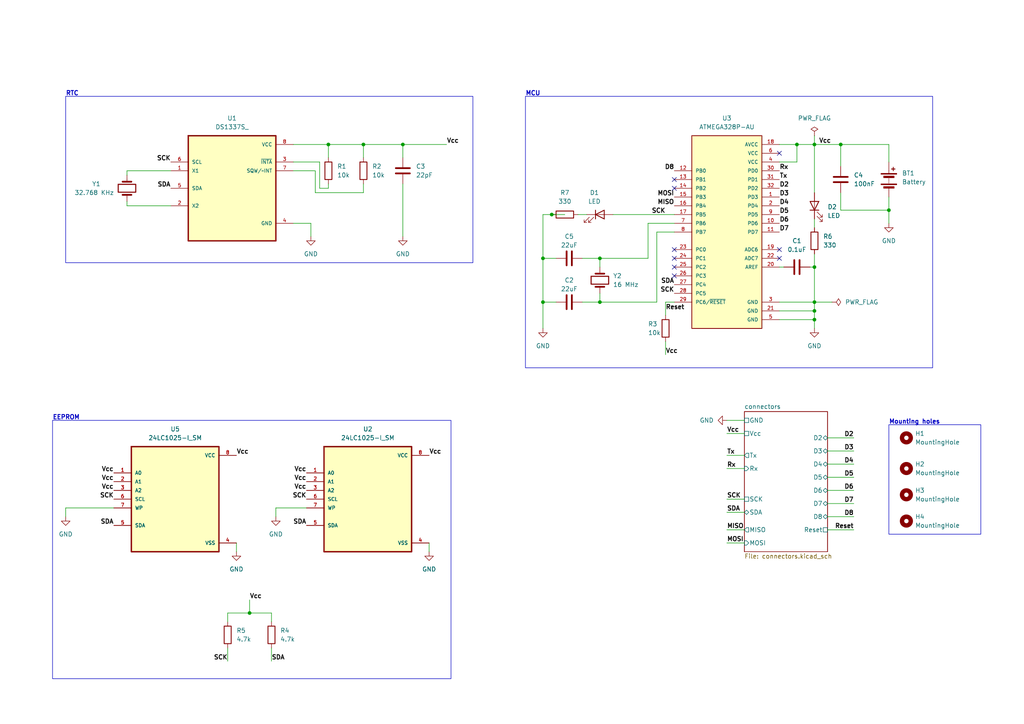
<source format=kicad_sch>
(kicad_sch (version 20230121) (generator eeschema)
  (paper "A4")
  (title_block (title "Arduino Datalogger") (date "2024-02-26") (rev "${design_version}") (company "Salman Kabir"))
  (lib_symbols
    (symbol "24LC1025-I_SM:24LC1025-I_SM" (pin_names (offset 1.016))
      (property "Reference" "U" (at -12.7 16.24 0))
      (property "Value" "24LC1025-I_SM" (at -12.7 -19.24 0))
      (symbol "24LC1025-I_SM_0_0"
        (rectangle (start -12.7 -15.24) (end 12.7 15.24) (stroke (width 0.41)) (fill (type background)))
        (pin input line (at -17.78 7.62 0) (length 5.08) (name "A0") (number "1"))
        (pin input line (at -17.78 5.08 0) (length 5.08) (name "A1") (number "2"))
        (pin input line (at -17.78 2.54 0) (length 5.08) (name "A2") (number "3"))
        (pin power_in line (at 17.78 -12.7 180) (length 5.08) (name "VSS") (number "4"))
        (pin bidirectional line (at -17.78 -7.62 0) (length 5.08) (name "SDA") (number "5"))
        (pin input line (at -17.78 0 0) (length 5.08) (name "SCL") (number "6"))
        (pin input line (at -17.78 -2.54 0) (length 5.08) (name "WP") (number "7"))
        (pin power_in line (at 17.78 12.7 180) (length 5.08) (name "VCC") (number "8"))
      )
    )
    (symbol "ATMEGA328P-AU:ATMEGA328P-AU" (pin_names (offset 1.016))
      (property "Reference" "U3" (at 0 33.02 0))
      (property "Value" "ATMEGA328P-AU" (at 0 30.48 0))
      (symbol "ATMEGA328P-AU_0_0"
        (rectangle (start -10.16 -27.94) (end 10.16 27.94) (stroke (width 0.254)) (fill (type background)))
        (pin bidirectional line (at 15.24 10.16 180) (length 5.08) (name "PD3") (number "1"))
        (pin bidirectional line (at 15.24 2.54 180) (length 5.08) (name "PD6") (number "10"))
        (pin bidirectional line (at 15.24 0 180) (length 5.08) (name "PD7") (number "11"))
        (pin bidirectional line (at -15.24 17.78 0) (length 5.08) (name "PB0") (number "12"))
        (pin bidirectional line (at -15.24 15.24 0) (length 5.08) (name "PB1") (number "13"))
        (pin bidirectional line (at -15.24 12.7 0) (length 5.08) (name "PB2") (number "14"))
        (pin bidirectional line (at -15.24 10.16 0) (length 5.08) (name "PB3") (number "15"))
        (pin bidirectional line (at -15.24 7.62 0) (length 5.08) (name "PB4") (number "16"))
        (pin bidirectional line (at -15.24 5.08 0) (length 5.08) (name "PB5") (number "17"))
        (pin power_in line (at 15.24 25.4 180) (length 5.08) (name "AVCC") (number "18"))
        (pin bidirectional line (at 15.24 -5.08 180) (length 5.08) (name "ADC6") (number "19"))
        (pin bidirectional line (at 15.24 7.62 180) (length 5.08) (name "PD4") (number "2"))
        (pin input line (at 15.24 -10.16 180) (length 5.08) (name "AREF") (number "20"))
        (pin power_in line (at 15.24 -22.86 180) (length 5.08) (name "GND") (number "21"))
        (pin bidirectional line (at 15.24 -7.62 180) (length 5.08) (name "ADC7") (number "22"))
        (pin bidirectional line (at -15.24 -5.08 0) (length 5.08) (name "PC0") (number "23"))
        (pin bidirectional line (at -15.24 -7.62 0) (length 5.08) (name "PC1") (number "24"))
        (pin bidirectional line (at -15.24 -10.16 0) (length 5.08) (name "PC2") (number "25"))
        (pin bidirectional line (at -15.24 -12.7 0) (length 5.08) (name "PC3") (number "26"))
        (pin bidirectional line (at -15.24 -15.24 0) (length 5.08) (name "PC4") (number "27"))
        (pin bidirectional line (at -15.24 -17.78 0) (length 5.08) (name "PC5") (number "28"))
        (pin bidirectional line (at -15.24 -20.32 0) (length 5.08) (name "PC6/~{RESET}") (number "29"))
        (pin power_in line (at 15.24 -20.32 180) (length 5.08) (name "GND") (number "3"))
        (pin bidirectional line (at 15.24 17.78 180) (length 5.08) (name "PD0") (number "30"))
        (pin bidirectional line (at 15.24 15.24 180) (length 5.08) (name "PD1") (number "31"))
        (pin bidirectional line (at 15.24 12.7 180) (length 5.08) (name "PD2") (number "32"))
        (pin power_in line (at 15.24 20.32 180) (length 5.08) (name "VCC") (number "4"))
        (pin power_in line (at 15.24 -25.4 180) (length 5.08) (name "GND") (number "5"))
        (pin power_in line (at 15.24 22.86 180) (length 5.08) (name "VCC") (number "6"))
        (pin bidirectional line (at -15.24 2.54 0) (length 5.08) (name "PB6") (number "7"))
        (pin bidirectional line (at -15.24 0 0) (length 5.08) (name "PB7") (number "8"))
        (pin bidirectional line (at 15.24 5.08 180) (length 5.08) (name "PD5") (number "9"))
      )
    )
    (symbol "DS1337S_:DS1337S_" (pin_names (offset 1.016))
      (property "Reference" "U" (at -12.7 16.24 0))
      (property "Value" "DS1337S_" (at -12.7 -19.24 0))
      (symbol "DS1337S__0_0"
        (rectangle (start -12.7 -15.24) (end 12.7 15.24) (stroke (width 0.41)) (fill (type background)))
        (pin input line (at -17.78 5.08 0) (length 5.08) (name "X1") (number "1"))
        (pin bidirectional line (at -17.78 -5.08 0) (length 5.08) (name "X2") (number "2"))
        (pin output line (at 17.78 7.62 180) (length 5.08) (name "~{INTA}") (number "3"))
        (pin power_in line (at 17.78 -10.16 180) (length 5.08) (name "GND") (number "4"))
        (pin bidirectional line (at -17.78 0 0) (length 5.08) (name "SDA") (number "5"))
        (pin input line (at -17.78 7.62 0) (length 5.08) (name "SCL") (number "6"))
        (pin output line (at 17.78 5.08 180) (length 5.08) (name "SQW/~INT") (number "7"))
        (pin power_in line (at 17.78 12.7 180) (length 5.08) (name "VCC") (number "8"))
      )
    )
    (symbol "Device:Battery" (pin_numbers hide) (pin_names (offset 0) hide)
      (property "Reference" "BT" (at 2.54 2.54 0))
      (property "Value" "Battery" (at 2.54 0 0))
      (symbol "Battery_0_1"
        (rectangle (start -2.286 -1.27) (end 2.286 -1.524) (fill (type outline)))
        (rectangle (start -2.286 1.778) (end 2.286 1.524) (fill (type outline)))
        (rectangle (start -1.524 -2.032) (end 1.524 -2.54) (fill (type outline)))
        (rectangle (start -1.524 1.016) (end 1.524 0.508) (fill (type outline)))
        (polyline (pts (xy 0 -1.016) (xy 0 -0.762)))
        (polyline (pts (xy 0 -0.508) (xy 0 -0.254)))
        (polyline (pts (xy 0 0) (xy 0 0.254)))
        (polyline (pts (xy 0 1.778) (xy 0 2.54)))
        (polyline (pts (xy 0.762 3.048) (xy 1.778 3.048)) (stroke (width 0.254)))
        (polyline (pts (xy 1.27 3.556) (xy 1.27 2.54)) (stroke (width 0.254)))
      )
      (symbol "Battery_1_1"
        (pin passive line (at 0 5.08 270) (length 2.54) (name "+") (number "1"))
        (pin passive line (at 0 -5.08 90) (length 2.54) (name "-") (number "2"))
      )
    )
    (symbol "Device:C" (pin_numbers hide) (pin_names (offset 0.254))
      (property "Reference" "C" (at 0.635 2.54 0))
      (property "Value" "C" (at 0.635 -2.54 0))
      (symbol "C_0_1"
        (polyline (pts (xy -2.032 -0.762) (xy 2.032 -0.762)) (stroke (width 0.508)))
        (polyline (pts (xy -2.032 0.762) (xy 2.032 0.762)) (stroke (width 0.508)))
      )
      (symbol "C_1_1"
        (pin passive line (at 0 3.81 270) (length 2.794) (name "~") (number "1"))
        (pin passive line (at 0 -3.81 90) (length 2.794) (name "~") (number "2"))
      )
    )
    (symbol "Device:Crystal" (pin_numbers hide) (pin_names (offset 1.016) hide)
      (property "Reference" "Y" (at 0 3.81 0))
      (property "Value" "Crystal" (at 0 -3.81 0))
      (symbol "Crystal_0_1"
        (rectangle (start -1.143 2.54) (end 1.143 -2.54) (stroke (width 0.3048)))
        (polyline (pts (xy -2.54 0) (xy -1.905 0)))
        (polyline (pts (xy -1.905 -1.27) (xy -1.905 1.27)) (stroke (width 0.508)))
        (polyline (pts (xy 1.905 -1.27) (xy 1.905 1.27)) (stroke (width 0.508)))
        (polyline (pts (xy 2.54 0) (xy 1.905 0)))
      )
      (symbol "Crystal_1_1"
        (pin passive line (at -3.81 0 0) (length 1.27) (name "1") (number "1"))
        (pin passive line (at 3.81 0 180) (length 1.27) (name "2") (number "2"))
      )
    )
    (symbol "Device:LED" (pin_numbers hide) (pin_names (offset 1.016) hide)
      (property "Reference" "D" (at 0 2.54 0))
      (property "Value" "LED" (at 0 -2.54 0))
      (symbol "LED_0_1"
        (polyline (pts (xy -1.27 -1.27) (xy -1.27 1.27)) (stroke (width 0.254)))
        (polyline (pts (xy -1.27 0) (xy 1.27 0)))
        (polyline (pts (xy 1.27 -1.27) (xy 1.27 1.27) (xy -1.27 0) (xy 1.27 -1.27)) (stroke (width 0.254)))
        (polyline (pts (xy -3.048 -0.762) (xy -4.572 -2.286) (xy -3.81 -2.286) (xy -4.572 -2.286) (xy -4.572 -1.524)))
        (polyline (pts (xy -1.778 -0.762) (xy -3.302 -2.286) (xy -2.54 -2.286) (xy -3.302 -2.286) (xy -3.302 -1.524)))
      )
      (symbol "LED_1_1"
        (pin passive line (at -3.81 0 0) (length 2.54) (name "K") (number "1"))
        (pin passive line (at 3.81 0 180) (length 2.54) (name "A") (number "2"))
      )
    )
    (symbol "Device:R" (pin_numbers hide) (pin_names (offset 0))
      (property "Reference" "R" (at 2.032 0 90))
      (property "Value" "R" (at 0 0 90))
      (symbol "R_0_1"
        (rectangle (start -1.016 -2.54) (end 1.016 2.54) (stroke (width 0.254)))
      )
      (symbol "R_1_1"
        (pin passive line (at 0 3.81 270) (length 1.27) (name "~") (number "1"))
        (pin passive line (at 0 -3.81 90) (length 1.27) (name "~") (number "2"))
      )
    )
    (symbol "Mechanical:MountingHole" (pin_names (offset 1.016))
      (property "Reference" "H" (at 0 5.08 0))
      (property "Value" "MountingHole" (at 0 3.175 0))
      (symbol "MountingHole_0_1"
        (circle (center 0 0) (radius 1.27) (stroke (width 1.27)))
      )
    )
    (symbol "power:GND" (power) (pin_names (offset 0))
      (property "Value" "GND" (at 0 -3.81 0))
      (symbol "GND_0_1"
        (polyline (pts (xy 0 0) (xy 0 -1.27) (xy 1.27 -1.27) (xy 0 -2.54) (xy -1.27 -1.27) (xy 0 -1.27)))
      )
      (symbol "GND_1_1"
        (pin power_in line (at 0 0 270) (length 0) hide (name "GND") (number "1"))
      )
    )
    (symbol "power:PWR_FLAG" (power) (pin_numbers hide) (pin_names (offset 0) hide)
      (property "Value" "PWR_FLAG" (at 0 3.81 0))
      (symbol "PWR_FLAG_0_0"
        (pin power_out line (at 0 0 90) (length 0) (name "pwr") (number "1"))
      )
      (symbol "PWR_FLAG_0_1"
        (polyline (pts (xy 0 0) (xy 0 1.27) (xy -1.016 1.905) (xy 0 2.54) (xy 1.016 1.905) (xy 0 1.27)))
      )
    )
  )
  (junction (at 105.41 41.91))
  (junction (at 257.81 60.96))
  (junction (at 157.48 74.93))
  (junction (at 95.25 41.91))
  (junction (at 236.22 92.71))
  (junction (at 236.22 77.47))
  (junction (at 173.99 74.93))
  (junction (at 236.22 41.91))
  (junction (at 243.84 41.91))
  (junction (at 116.84 41.91))
  (junction (at 231.14 41.91))
  (junction (at 72.39 177.8))
  (junction (at 160.02 62.23))
  (junction (at 157.48 87.63))
  (junction (at 236.22 90.17))
  (junction (at 173.99 87.63))
  (junction (at 236.22 87.63))
  (no_connect (at 195.58 74.93))
  (no_connect (at 195.58 80.01))
  (no_connect (at 226.06 72.39))
  (no_connect (at 226.06 74.93))
  (no_connect (at 195.58 54.61))
  (no_connect (at 195.58 72.39))
  (no_connect (at 195.58 52.07))
  (no_connect (at 195.58 77.47))
  (no_connect (at 226.06 44.45))
  (wire (pts (xy 157.48 74.93) (xy 157.48 87.63)))
  (wire (pts (xy 210.82 121.92) (xy 215.9 121.92)))
  (wire (pts (xy 240.03 130.81) (xy 247.65 130.81)))
  (wire (pts (xy 240.03 134.62) (xy 247.65 134.62)))
  (wire (pts (xy 210.82 135.89) (xy 215.9 135.89)))
  (wire (pts (xy 85.09 64.77) (xy 90.17 64.77)))
  (wire (pts (xy 19.05 147.32) (xy 19.05 149.86)))
  (wire (pts (xy 91.44 49.53) (xy 91.44 55.88)))
  (wire (pts (xy 157.48 62.23) (xy 157.48 74.93)))
  (wire (pts (xy 240.03 127) (xy 247.65 127)))
  (wire (pts (xy 226.06 92.71) (xy 236.22 92.71)))
  (wire (pts (xy 85.09 46.99) (xy 92.71 46.99)))
  (wire (pts (xy 236.22 41.91) (xy 231.14 41.91)))
  (wire (pts (xy 157.48 87.63) (xy 161.29 87.63)))
  (wire (pts (xy 160.02 62.23) (xy 157.48 62.23)))
  (wire (pts (xy 195.58 64.77) (xy 187.96 64.77)))
  (wire (pts (xy 236.22 63.5) (xy 236.22 66.04)))
  (wire (pts (xy 257.81 60.96) (xy 257.81 64.77)))
  (wire (pts (xy 157.48 87.63) (xy 157.48 95.25)))
  (wire (pts (xy 257.81 46.99) (xy 257.81 41.91)))
  (wire (pts (xy 124.46 157.48) (xy 124.46 160.02)))
  (wire (pts (xy 95.25 41.91) (xy 105.41 41.91)))
  (wire (pts (xy 78.74 177.8) (xy 78.74 180.34)))
  (wire (pts (xy 195.58 87.63) (xy 193.04 87.63)))
  (wire (pts (xy 161.29 74.93) (xy 157.48 74.93)))
  (wire (pts (xy 19.05 147.32) (xy 33.02 147.32)))
  (wire (pts (xy 231.14 41.91) (xy 226.06 41.91)))
  (wire (pts (xy 95.25 41.91) (xy 95.25 45.72)))
  (wire (pts (xy 190.5 87.63) (xy 173.99 87.63)))
  (wire (pts (xy 85.09 49.53) (xy 91.44 49.53)))
  (wire (pts (xy 243.84 41.91) (xy 243.84 48.26)))
  (wire (pts (xy 193.04 87.63) (xy 193.04 91.44)))
  (wire (pts (xy 190.5 67.31) (xy 190.5 87.63)))
  (wire (pts (xy 240.03 142.24) (xy 247.65 142.24)))
  (wire (pts (xy 92.71 46.99) (xy 92.71 54.61)))
  (wire (pts (xy 78.74 187.96) (xy 78.74 191.77)))
  (wire (pts (xy 36.83 59.69) (xy 49.53 59.69)))
  (wire (pts (xy 173.99 85.09) (xy 173.99 87.63)))
  (wire (pts (xy 240.03 138.43) (xy 247.65 138.43)))
  (wire (pts (xy 226.06 77.47) (xy 227.33 77.47)))
  (wire (pts (xy 226.06 90.17) (xy 236.22 90.17)))
  (wire (pts (xy 210.82 125.73) (xy 215.9 125.73)))
  (wire (pts (xy 226.06 46.99) (xy 231.14 46.99)))
  (wire (pts (xy 210.82 132.08) (xy 215.9 132.08)))
  (wire (pts (xy 105.41 41.91) (xy 116.84 41.91)))
  (wire (pts (xy 231.14 41.91) (xy 231.14 46.99)))
  (wire (pts (xy 72.39 173.99) (xy 72.39 177.8)))
  (wire (pts (xy 116.84 53.34) (xy 116.84 68.58)))
  (wire (pts (xy 226.06 87.63) (xy 236.22 87.63)))
  (wire (pts (xy 243.84 41.91) (xy 236.22 41.91)))
  (wire (pts (xy 187.96 74.93) (xy 173.99 74.93)))
  (wire (pts (xy 173.99 74.93) (xy 173.99 77.47)))
  (wire (pts (xy 91.44 55.88) (xy 105.41 55.88)))
  (wire (pts (xy 243.84 55.88) (xy 243.84 60.96)))
  (wire (pts (xy 168.91 74.93) (xy 173.99 74.93)))
  (wire (pts (xy 187.96 64.77) (xy 187.96 74.93)))
  (wire (pts (xy 236.22 92.71) (xy 236.22 95.25)))
  (wire (pts (xy 236.22 87.63) (xy 236.22 90.17)))
  (wire (pts (xy 236.22 87.63) (xy 241.3 87.63)))
  (wire (pts (xy 236.22 90.17) (xy 236.22 92.71)))
  (wire (pts (xy 167.64 62.23) (xy 170.18 62.23)))
  (wire (pts (xy 72.39 177.8) (xy 78.74 177.8)))
  (wire (pts (xy 163.83 62.23) (xy 160.02 62.23)))
  (wire (pts (xy 177.8 62.23) (xy 195.58 62.23)))
  (wire (pts (xy 240.03 149.86) (xy 247.65 149.86)))
  (wire (pts (xy 173.99 87.63) (xy 168.91 87.63)))
  (wire (pts (xy 66.04 187.96) (xy 66.04 191.77)))
  (wire (pts (xy 66.04 177.8) (xy 72.39 177.8)))
  (wire (pts (xy 95.25 54.61) (xy 95.25 53.34)))
  (wire (pts (xy 195.58 67.31) (xy 190.5 67.31)))
  (wire (pts (xy 234.95 77.47) (xy 236.22 77.47)))
  (wire (pts (xy 240.03 153.67) (xy 247.65 153.67)))
  (wire (pts (xy 236.22 73.66) (xy 236.22 77.47)))
  (wire (pts (xy 66.04 180.34) (xy 66.04 177.8)))
  (wire (pts (xy 80.01 147.32) (xy 80.01 149.86)))
  (wire (pts (xy 80.01 147.32) (xy 88.9 147.32)))
  (wire (pts (xy 68.58 157.48) (xy 68.58 160.02)))
  (wire (pts (xy 210.82 144.78) (xy 215.9 144.78)))
  (wire (pts (xy 105.41 55.88) (xy 105.41 53.34)))
  (wire (pts (xy 210.82 157.48) (xy 215.9 157.48)))
  (wire (pts (xy 257.81 41.91) (xy 243.84 41.91)))
  (wire (pts (xy 210.82 153.67) (xy 215.9 153.67)))
  (wire (pts (xy 116.84 41.91) (xy 116.84 45.72)))
  (wire (pts (xy 193.04 99.06) (xy 193.04 102.87)))
  (wire (pts (xy 92.71 54.61) (xy 95.25 54.61)))
  (wire (pts (xy 236.22 39.37) (xy 236.22 41.91)))
  (wire (pts (xy 236.22 41.91) (xy 236.22 55.88)))
  (wire (pts (xy 36.83 49.53) (xy 36.83 50.8)))
  (wire (pts (xy 85.09 41.91) (xy 95.25 41.91)))
  (wire (pts (xy 105.41 41.91) (xy 105.41 45.72)))
  (wire (pts (xy 90.17 68.58) (xy 90.17 64.77)))
  (wire (pts (xy 257.81 60.96) (xy 257.81 57.15)))
  (wire (pts (xy 236.22 77.47) (xy 236.22 87.63)))
  (wire (pts (xy 49.53 49.53) (xy 36.83 49.53)))
  (wire (pts (xy 116.84 41.91) (xy 129.54 41.91)))
  (wire (pts (xy 210.82 148.59) (xy 215.9 148.59)))
  (wire (pts (xy 240.03 146.05) (xy 247.65 146.05)))
  (wire (pts (xy 36.83 58.42) (xy 36.83 59.69)))
  (wire (pts (xy 243.84 60.96) (xy 257.81 60.96)))
  (rectangle (start 15.24 121.92) (end 130.81 196.85))
  (rectangle (start 152.4 27.94) (end 270.51 106.68))
  (rectangle (start 19.05 27.94) (end 137.16 76.2))
  (text_box "" (at 257.81 123.19 0) (size 26.67 31.75) (effects (font (size 1.27 1.27) bold) (justify left top)))
  (text "MCU" (at 152.4 27.94 0) (effects (font (size 1.27 1.27) bold) (justify left bottom)))
  (text "EEPROM" (at 15.24 121.92 0) (effects (font (size 1.27 1.27) bold) (justify left bottom)))
  (text "RTC" (at 19.05 27.94 0) (effects (font (size 1.27 1.27) bold) (justify left bottom)))
  (text "Mounting holes" (at 257.81 123.19 0) (effects (font (size 1.27 1.27) bold) (justify left bottom)))
  (label "SCK" (at 193.04 62.23 180) (effects (font bold)))
  (label "D7" (at 247.65 146.05 180) (effects (font bold)))
  (label "D6" (at 247.65 142.24 180) (effects (font bold)))
  (label "D5" (at 226.06 62.23 0) (effects (font bold)))
  (label "D2" (at 247.65 127 180) (effects (font bold)))
  (label "Reset" (at 193.04 90.17 0) (effects (font (thickness 0.254) bold)))
  (label "Vcc" (at 193.04 102.87 0) (effects (font (thickness 0.254) bold)))
  (label "SDA" (at 88.9 152.4 180) (effects (font bold)))
  (label "SCK" (at 195.58 85.09 180) (effects (font bold)))
  (label "SDA" (at 78.74 191.77 0) (effects (font bold)))
  (label "Vcc" (at 124.46 132.08 0) (effects (font bold)))
  (label "Vcc" (at 68.58 132.08 0) (effects (font bold)))
  (label "Vcc" (at 237.49 41.91 0) (effects (font (thickness 0.254) bold)))
  (label "D3" (at 226.06 57.15 0) (effects (font bold)))
  (label "Vcc" (at 33.02 137.16 180) (effects (font bold)))
  (label "Tx" (at 226.06 52.07 0) (effects (font bold)))
  (label "D4" (at 226.06 59.69 0) (effects (font bold)))
  (label "Reset" (at 247.65 153.67 180) (effects (font (thickness 0.254) bold)))
  (label "MISO" (at 195.58 59.69 180) (effects (font bold)))
  (label "SDA" (at 33.02 152.4 180) (effects (font bold)))
  (label "SCK" (at 49.53 46.99 180) (effects (font bold)))
  (label "D6" (at 226.06 64.77 0) (effects (font bold)))
  (label "D4" (at 247.65 134.62 180) (effects (font bold)))
  (label "D2" (at 226.06 54.61 0) (effects (font bold)))
  (label "D3" (at 247.65 130.81 180) (effects (font bold)))
  (label "MOSI" (at 210.82 157.48 0) (effects (font bold)))
  (label "Tx" (at 210.82 132.08 0) (effects (font bold)))
  (label "Vcc" (at 33.02 139.7 180) (effects (font bold)))
  (label "D8" (at 247.65 149.86 180) (effects (font bold)))
  (label "D7" (at 226.06 67.31 0) (effects (font bold)))
  (label "Rx" (at 226.06 49.53 0) (effects (font bold)))
  (label "Vcc" (at 72.39 173.99 0) (effects (font bold)))
  (label "SDA" (at 210.82 148.59 0) (effects (font bold)))
  (label "D5" (at 247.65 138.43 180) (effects (font bold)))
  (label "Rx" (at 210.82 135.89 0) (effects (font bold)))
  (label "MISO" (at 210.82 153.67 0) (effects (font bold)))
  (label "SCK" (at 66.04 191.77 180) (effects (font bold)))
  (label "Vcc" (at 33.02 142.24 180) (effects (font bold)))
  (label "Vcc" (at 88.9 142.24 180) (effects (font bold)))
  (label "Vcc" (at 129.54 41.91 0) (effects (font (thickness 0.254) bold)))
  (label "Vcc" (at 88.9 139.7 180) (effects (font bold)))
  (label "SCK" (at 210.82 144.78 0) (effects (font bold)))
  (label "D8" (at 195.58 49.53 180) (effects (font bold)))
  (label "SDA" (at 195.58 82.55 180) (effects (font bold)))
  (label "SDA" (at 49.53 54.61 180) (effects (font bold)))
  (label "SCK" (at 88.9 144.78 180) (effects (font bold)))
  (label "SCK" (at 33.02 144.78 180) (effects (font bold)))
  (label "Vcc" (at 88.9 137.16 180) (effects (font bold)))
  (label "Vcc" (at 210.82 125.73 0) (effects (font (thickness 0.254) bold)))
  (label "MOSI" (at 195.58 57.15 180) (effects (font bold)))
  (symbol (lib_id "power:PWR_FLAG") (at 241.3 87.63 270) (unit 1)
    (property "Reference" "#FLG02" (effects hide))
    (property "Value" "PWR_FLAG" (at 245.11 87.63 90) (effects (justify left)))
  )
  (symbol (lib_id "Device:C") (at 165.1 87.63 90) (unit 1)
    (property "Reference" "C2" (at 165.1 81.28 90))
    (property "Value" "22uF" (at 165.1 83.82 90))
    (property "Footprint" "Capacitor_SMD:C_0805_2012Metric" (effects hide))
  )
  (symbol (lib_id "Mechanical:MountingHole") (at 262.89 127 0) (unit 1)
    (property "Reference" "H1" (at 265.43 125.73 0) (effects (justify left)))
    (property "Value" "MountingHole" (at 265.43 128.27 0) (effects (justify left)))
    (property "Footprint" "MountingHole:MountingHole_2.1mm" (effects hide))
  )
  (symbol (lib_id "power:GND") (at 19.05 149.86 0) (unit 1)
    (property "Reference" "#PWR04" (effects hide))
    (property "Value" "GND" (at 19.05 154.94 0))
  )
  (symbol (lib_id "power:GND") (at 257.81 64.77 0) (unit 1)
    (property "Reference" "#PWR07" (effects hide))
    (property "Value" "GND" (at 257.81 69.85 0))
  )
  (symbol (lib_id "Device:Battery") (at 257.81 52.07 0) (unit 1)
    (property "Reference" "BT1" (at 261.62 50.2285 0) (effects (justify left)))
    (property "Value" "Battery" (at 261.62 52.7685 0) (effects (justify left)))
    (property "Footprint" "Connector_PinHeader_2.54mm:PinHeader_1x02_P2.54mm_Vertical" (effects hide))
  )
  (symbol (lib_id "ATMEGA328P-AU:ATMEGA328P-AU") (at 210.82 67.31 0) (unit 1)
    (property "Reference" "U3" (at 210.82 34.29 0))
    (property "Value" "ATMEGA328P-AU" (at 210.82 36.83 0))
    (property "Footprint" "ATMEGA328P-AU:QFP80P900X900X120-32N" (effects hide))
    (property "MF" "Microchip" (effects hide))
    (property "MAXIMUM_PACKAGE_HEIGHT" "1.20mm" (effects hide))
    (property "Package" "TQFP-32 Microchip" (effects hide))
    (property "Price" "None" (effects hide))
    (property "Check_prices" "https://www.snapeda.com/parts/ATMEGA328P-AU/Microchip/view-part/?ref=eda" (effects hide))
    (property "STANDARD" "IPC-7351B" (effects hide))
    (property "PARTREV" "8271A" (effects hide))
    (property "SnapEDA_Link" "https://www.snapeda.com/parts/ATMEGA328P-AU/Microchip/view-part/?ref=snap" (effects hide))
    (property "MP" "ATMEGA328P-AU" (effects hide))
    (property "Description" "\nAVR AVR® ATmega Microcontroller IC 8-Bit 20MHz 32KB (16K x 16) FLASH 32-TQFP (7x7)\n" (effects hide))
    (property "Availability" "In Stock" (effects hide))
    (property "MANUFACTURER" "Microchip" (effects hide))
  )
  (symbol (lib_id "Device:LED") (at 173.99 62.23 0) (unit 1)
    (property "Reference" "D1" (at 172.4025 55.88 0))
    (property "Value" "LED" (at 172.4025 58.42 0))
    (property "Footprint" "LED_SMD:LED_0805_2012Metric" (effects hide))
  )
  (symbol (lib_id "power:GND") (at 236.22 95.25 0) (unit 1)
    (property "Reference" "#PWR08" (effects hide))
    (property "Value" "GND" (at 236.22 100.33 0))
  )
  (symbol (lib_id "Device:C") (at 243.84 52.07 0) (unit 1)
    (property "Reference" "C4" (at 247.65 50.8 0) (effects (justify left)))
    (property "Value" "100nF" (at 247.65 53.34 0) (effects (justify left)))
    (property "Footprint" "Capacitor_SMD:C_0805_2012Metric" (effects hide))
  )
  (symbol (lib_id "power:GND") (at 116.84 68.58 0) (unit 1)
    (property "Reference" "#PWR01" (effects hide))
    (property "Value" "GND" (at 116.84 73.66 0))
  )
  (symbol (lib_id "Device:Crystal") (at 36.83 54.61 270) (unit 1)
    (property "Reference" "Y1" (at 26.67 53.34 90) (effects (justify left)))
    (property "Value" "32.768 KHz" (at 21.59 55.88 90) (effects (justify left)))
    (property "Footprint" "Crystal:Crystal_SMD_5032-2Pin_5.0x3.2mm_HandSoldering" (effects hide))
  )
  (symbol (lib_id "power:GND") (at 124.46 160.02 0) (unit 1)
    (property "Reference" "#PWR06" (effects hide))
    (property "Value" "GND" (at 124.46 165.1 0))
  )
  (symbol (lib_id "Device:C") (at 116.84 49.53 0) (unit 1)
    (property "Reference" "C3" (at 120.65 48.26 0) (effects (justify left)))
    (property "Value" "22pF" (at 120.65 50.8 0) (effects (justify left)))
    (property "Footprint" "Capacitor_SMD:C_0805_2012Metric" (effects hide))
  )
  (symbol (lib_id "power:GND") (at 68.58 160.02 0) (unit 1)
    (property "Reference" "#PWR03" (effects hide))
    (property "Value" "GND" (at 68.58 165.1 0))
  )
  (symbol (lib_id "Device:C") (at 165.1 74.93 90) (unit 1)
    (property "Reference" "C5" (at 165.1 68.58 90))
    (property "Value" "22uF" (at 165.1 71.12 90))
    (property "Footprint" "Capacitor_SMD:C_0805_2012Metric" (effects hide))
  )
  (symbol (lib_id "Device:R") (at 105.41 49.53 0) (unit 1)
    (property "Reference" "R2" (at 107.95 48.26 0) (effects (justify left)))
    (property "Value" "10k" (at 107.95 50.8 0) (effects (justify left)))
    (property "Footprint" "Resistor_SMD:R_0805_2012Metric" (effects hide))
  )
  (symbol (lib_id "DS1337S_:DS1337S_") (at 67.31 54.61 0) (unit 1)
    (property "Reference" "U1" (at 67.31 34.29 0))
    (property "Value" "DS1337S_" (at 67.31 36.83 0))
    (property "Footprint" "DS1337S_:SOIC127P600X175-8N" (effects hide))
    (property "MF" "Analog Devices" (effects hide))
    (property "Description" "\nReal Time Clock (RTC) IC Clock/Calendar - I²C, 2-Wire Serial 8-SOIC (0.154, 3.90mm Width)\n" (effects hide))
    (property "Package" "SOIC-8 Maxim" (effects hide))
    (property "Price" "None" (effects hide))
    (property "SnapEDA_Link" "https://www.snapeda.com/parts/DS1337S/Analog+Devices/view-part/?ref=snap" (effects hide))
    (property "MP" "DS1337S" (effects hide))
    (property "Availability" "In Stock" (effects hide))
    (property "Check_prices" "https://www.snapeda.com/parts/DS1337S/Analog+Devices/view-part/?ref=eda" (effects hide))
  )
  (symbol (lib_id "power:GND") (at 90.17 68.58 0) (unit 1)
    (property "Reference" "#PWR02" (effects hide))
    (property "Value" "GND" (at 90.17 73.66 0))
  )
  (symbol (lib_id "Mechanical:MountingHole") (at 262.89 135.89 0) (unit 1)
    (property "Reference" "H2" (at 265.43 134.62 0) (effects (justify left)))
    (property "Value" "MountingHole" (at 265.43 137.16 0) (effects (justify left)))
    (property "Footprint" "MountingHole:MountingHole_2.1mm" (effects hide))
  )
  (symbol (lib_id "24LC1025-I_SM:24LC1025-I_SM") (at 106.68 144.78 0) (unit 1)
    (property "Reference" "U2" (at 106.68 124.46 0))
    (property "Value" "24LC1025-I_SM" (at 106.68 127 0))
    (property "Footprint" "24LC1025-I_SM:SOIC127P794X202-8N" (effects hide))
    (property "MF" "Microchip" (effects hide))
    (property "Description" "\n1024K, 128K X 8, 2.5V SER EE, 128 BYTE PAGE | Microchip Technology Inc. 24LC1025-I/SM\n" (effects hide))
    (property "Package" "SOIJ-8 Microchip" (effects hide))
    (property "Price" "None" (effects hide))
    (property "SnapEDA_Link" "https://www.snapeda.com/parts/24LC1025-I/SM/Microchip/view-part/?ref=snap" (effects hide))
    (property "MP" "24LC1025-I/SM" (effects hide))
    (property "Availability" "In Stock" (effects hide))
    (property "Check_prices" "https://www.snapeda.com/parts/24LC1025-I/SM/Microchip/view-part/?ref=eda" (effects hide))
  )
  (symbol (lib_id "Device:R") (at 163.83 62.23 90) (unit 1)
    (property "Reference" "R7" (at 163.83 55.88 90))
    (property "Value" "330" (at 163.83 58.42 90))
    (property "Footprint" "Resistor_SMD:R_0805_2012Metric" (effects hide))
  )
  (symbol (lib_id "Device:R") (at 66.04 184.15 0) (unit 1)
    (property "Reference" "R5" (at 68.58 182.88 0) (effects (justify left)))
    (property "Value" "4.7k" (at 68.58 185.42 0) (effects (justify left)))
    (property "Footprint" "Resistor_SMD:R_0805_2012Metric" (effects hide))
  )
  (symbol (lib_id "Device:R") (at 236.22 69.85 0) (unit 1)
    (property "Reference" "R6" (at 238.76 68.58 0) (effects (justify left)))
    (property "Value" "330" (at 238.76 71.12 0) (effects (justify left)))
    (property "Footprint" "Resistor_SMD:R_0805_2012Metric" (effects hide))
  )
  (symbol (lib_id "power:GND") (at 80.01 149.86 0) (unit 1)
    (property "Reference" "#PWR05" (effects hide))
    (property "Value" "GND" (at 80.01 154.94 0))
  )
  (symbol (lib_id "Device:Crystal") (at 173.99 81.28 90) (unit 1)
    (property "Reference" "Y2" (at 177.8 80.01 90) (effects (justify right)))
    (property "Value" "16 MHz" (at 177.8 82.55 90) (effects (justify right)))
    (property "Footprint" "Crystal:Crystal_SMD_5032-2Pin_5.0x3.2mm_HandSoldering" (effects hide))
  )
  (symbol (lib_id "Mechanical:MountingHole") (at 262.89 143.51 0) (unit 1)
    (property "Reference" "H3" (at 265.43 142.24 0) (effects (justify left)))
    (property "Value" "MountingHole" (at 265.43 144.78 0) (effects (justify left)))
    (property "Footprint" "MountingHole:MountingHole_2.1mm" (effects hide))
  )
  (symbol (lib_id "24LC1025-I_SM:24LC1025-I_SM") (at 50.8 144.78 0) (unit 1)
    (property "Reference" "U5" (at 50.8 124.46 0))
    (property "Value" "24LC1025-I_SM" (at 50.8 127 0))
    (property "Footprint" "24LC1025-I_SM:SOIC127P794X202-8N" (effects hide))
    (property "MF" "Microchip" (effects hide))
    (property "Description" "\n1024K, 128K X 8, 2.5V SER EE, 128 BYTE PAGE | Microchip Technology Inc. 24LC1025-I/SM\n" (effects hide))
    (property "Package" "SOIJ-8 Microchip" (effects hide))
    (property "Price" "None" (effects hide))
    (property "SnapEDA_Link" "https://www.snapeda.com/parts/24LC1025-I/SM/Microchip/view-part/?ref=snap" (effects hide))
    (property "MP" "24LC1025-I/SM" (effects hide))
    (property "Availability" "In Stock" (effects hide))
    (property "Check_prices" "https://www.snapeda.com/parts/24LC1025-I/SM/Microchip/view-part/?ref=eda" (effects hide))
  )
  (symbol (lib_id "Device:LED") (at 236.22 59.69 90) (unit 1)
    (property "Reference" "D2" (at 240.03 60.0075 90) (effects (justify right)))
    (property "Value" "LED" (at 240.03 62.5475 90) (effects (justify right)))
    (property "Footprint" "LED_SMD:LED_0805_2012Metric" (effects hide))
  )
  (symbol (lib_id "Device:R") (at 78.74 184.15 0) (unit 1)
    (property "Reference" "R4" (at 81.28 182.88 0) (effects (justify left)))
    (property "Value" "4.7k" (at 81.28 185.42 0) (effects (justify left)))
    (property "Footprint" "Resistor_SMD:R_0805_2012Metric" (effects hide))
  )
  (symbol (lib_id "Mechanical:MountingHole") (at 262.89 151.13 0) (unit 1)
    (property "Reference" "H4" (at 265.43 149.86 0) (effects (justify left)))
    (property "Value" "MountingHole" (at 265.43 152.4 0) (effects (justify left)))
    (property "Footprint" "MountingHole:MountingHole_2.1mm" (effects hide))
  )
  (symbol (lib_id "power:PWR_FLAG") (at 236.22 39.37 0) (unit 1)
    (property "Reference" "#FLG01" (effects hide))
    (property "Value" "PWR_FLAG" (at 236.22 34.29 0))
  )
  (symbol (lib_id "power:GND") (at 157.48 95.25 0) (unit 1)
    (property "Reference" "#PWR09" (effects hide))
    (property "Value" "GND" (at 157.48 100.33 0))
  )
  (symbol (lib_id "Device:R") (at 95.25 49.53 0) (unit 1)
    (property "Reference" "R1" (at 97.79 48.26 0) (effects (justify left)))
    (property "Value" "10k" (at 97.79 50.8 0) (effects (justify left)))
    (property "Footprint" "Resistor_SMD:R_0805_2012Metric" (effects hide))
  )
  (symbol (lib_id "Device:C") (at 231.14 77.47 90) (unit 1)
    (property "Reference" "C1" (at 231.14 69.85 90))
    (property "Value" "0.1uF" (at 231.14 72.39 90))
    (property "Footprint" "Capacitor_SMD:C_0805_2012Metric" (effects hide))
  )
  (symbol (lib_id "Device:R") (at 193.04 95.25 0) (unit 1)
    (property "Reference" "R3" (at 187.96 93.98 0) (effects (justify left)))
    (property "Value" "10k" (at 187.96 96.52 0) (effects (justify left)))
    (property "Footprint" "Resistor_SMD:R_0805_2012Metric" (effects hide))
  )
  (symbol (lib_id "power:GND") (at 210.82 121.92 270) (unit 1)
    (property "Reference" "#PWR010" (effects hide))
    (property "Value" "GND" (at 207.01 121.92 90) (effects (justify right)))
  )
  (sheet (at 215.9 119.38) (size 24.13 40.64) (stroke (width 0.1524))
    (property "Sheetname" "connectors" (at 215.9 118.6684 0) (effects (justify left bottom)))
    (property "Sheetfile" "connectors.kicad_sch" (at 215.9 160.6046 0) (effects (justify left top)))
    (pin "GND" passive (at 215.9 121.92 180))
    (pin "Vcc" passive (at 215.9 125.73 180))
    (pin "D4" bidirectional (at 240.03 134.62 0))
    (pin "D5" bidirectional (at 240.03 138.43 0))
    (pin "Tx" output (at 215.9 132.08 180))
    (pin "Rx" input (at 215.9 135.89 180))
    (pin "SCK" passive (at 215.9 144.78 180))
    (pin "SDA" bidirectional (at 215.9 148.59 180))
    (pin "Reset" passive (at 240.03 153.67 0))
    (pin "MISO" output (at 215.9 153.67 180))
    (pin "MOSI" input (at 215.9 157.48 180))
    (pin "D8" bidirectional (at 240.03 149.86 0))
    (pin "D2" bidirectional (at 240.03 127 0))
    (pin "D3" bidirectional (at 240.03 130.81 0))
    (pin "D6" bidirectional (at 240.03 142.24 0))
    (pin "D7" bidirectional (at 240.03 146.05 0))
  )
)
</source>
